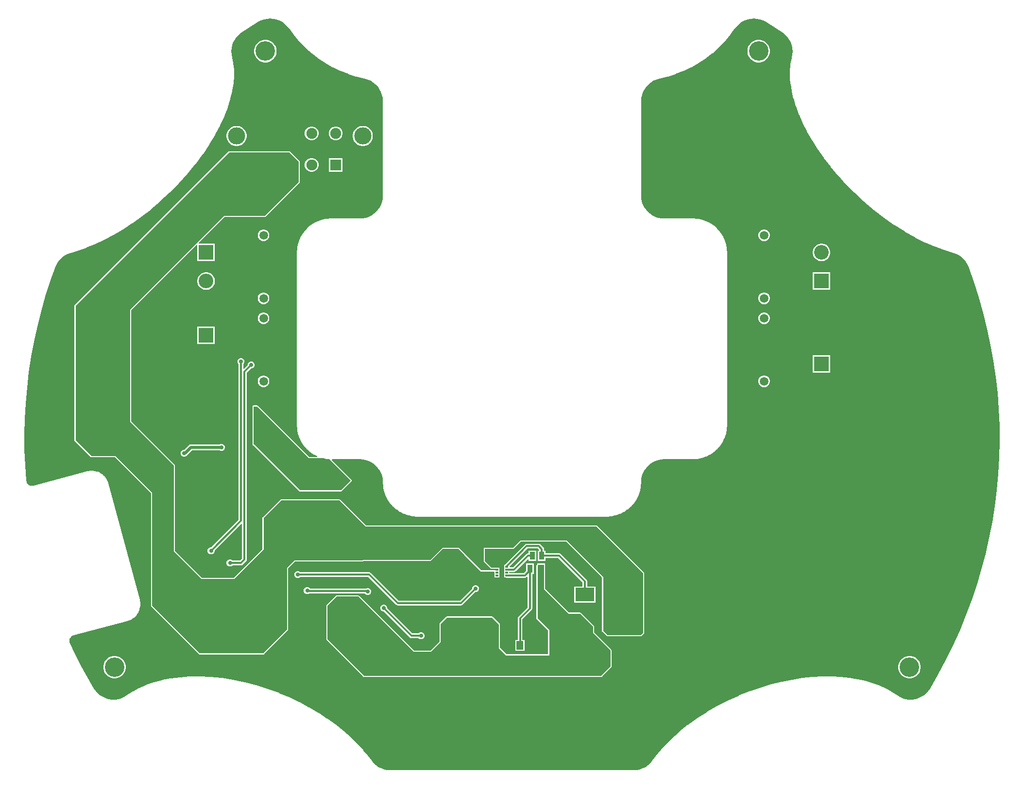
<source format=gbr>
%TF.GenerationSoftware,Altium Limited,Altium Designer,23.6.0 (18)*%
G04 Layer_Physical_Order=2*
G04 Layer_Color=16711680*
%FSLAX45Y45*%
%MOMM*%
%TF.SameCoordinates,CA757A27-890D-4031-9470-5F8B39CF6935*%
%TF.FilePolarity,Positive*%
%TF.FileFunction,Copper,L2,Bot,Signal*%
%TF.Part,Single*%
G01*
G75*
%TA.AperFunction,SMDPad,CuDef*%
%ADD23R,1.47000X0.97000*%
%TA.AperFunction,Conductor*%
%ADD32C,0.30000*%
%ADD34C,0.50000*%
%TA.AperFunction,ViaPad*%
%ADD35C,3.40000*%
%TA.AperFunction,ComponentPad*%
%ADD36C,1.50800*%
%ADD37C,2.55000*%
%ADD38R,2.55000X2.55000*%
%ADD39R,1.90000X1.90000*%
%ADD40C,1.90000*%
%ADD41C,3.00000*%
%TA.AperFunction,ViaPad*%
%ADD42C,1.27000*%
%ADD43C,0.70000*%
%TA.AperFunction,SMDPad,CuDef*%
%ADD44R,0.95000X1.35000*%
%ADD45R,0.95000X1.45000*%
%ADD46R,3.30000X2.40000*%
%ADD47R,1.35000X0.95000*%
%ADD48R,1.20651X1.50822*%
%ADD49R,2.50000X3.50000*%
%ADD50R,1.70620X1.20443*%
%ADD51R,0.47500X0.30000*%
G36*
X14351289Y14551535D02*
X14405208Y14540492D01*
X14457092Y14522133D01*
X14508600Y14495436D01*
X14653279Y14405247D01*
X14796065Y14312138D01*
X14842117Y14276598D01*
X14880734Y14237173D01*
X14913541Y14192799D01*
X14939909Y14144318D01*
X14959334Y14092664D01*
X14971445Y14038823D01*
X14976007Y13983827D01*
X14972935Y13928725D01*
X14961261Y13869344D01*
X14947894Y13811497D01*
X14947557Y13807991D01*
X14946555Y13804616D01*
X14936691Y13742526D01*
X14936584Y13738522D01*
X14935751Y13734604D01*
X14928398Y13641048D01*
X14928629Y13636665D01*
X14928091Y13632312D01*
X14928923Y13531493D01*
X14929491Y13527451D01*
X14929318Y13523372D01*
X14938954Y13415250D01*
X14939780Y13411549D01*
X14939905Y13407761D01*
X14958965Y13292410D01*
X14959987Y13289043D01*
X14960347Y13285538D01*
X14989420Y13163177D01*
X14990585Y13160117D01*
X14991130Y13156886D01*
X15030740Y13027879D01*
X15032011Y13025102D01*
X15032700Y13022125D01*
X15083281Y12886996D01*
X15084624Y12884474D01*
X15085423Y12881729D01*
X15147284Y12741163D01*
X15148679Y12738865D01*
X15149568Y12736327D01*
X15222864Y12591173D01*
X15224297Y12589073D01*
X15225255Y12586718D01*
X15309978Y12437968D01*
X15311436Y12436041D01*
X15312456Y12433849D01*
X15408400Y12282633D01*
X15409883Y12280858D01*
X15410953Y12278806D01*
X15517723Y12126365D01*
X15519231Y12124721D01*
X15520345Y12122792D01*
X15637346Y11970451D01*
X15638875Y11968923D01*
X15640036Y11967099D01*
X15766476Y11816233D01*
X15768034Y11814805D01*
X15769241Y11813071D01*
X15904153Y11665077D01*
X15905740Y11663737D01*
X15906998Y11662081D01*
X16049249Y11518330D01*
X16050969Y11516997D01*
X16052357Y11515323D01*
X16217479Y11362183D01*
X16219345Y11360860D01*
X16220883Y11359166D01*
X16391617Y11214577D01*
X16393556Y11213330D01*
X16395183Y11211695D01*
X16569572Y11077126D01*
X16571600Y11075948D01*
X16573331Y11074364D01*
X16749400Y10951050D01*
X16751534Y10949938D01*
X16753384Y10948398D01*
X16929201Y10837306D01*
X16931461Y10836262D01*
X16933450Y10834764D01*
X17107181Y10736581D01*
X17109592Y10735608D01*
X17111746Y10734153D01*
X17281715Y10649279D01*
X17284299Y10648388D01*
X17286642Y10646983D01*
X17451361Y10575545D01*
X17454112Y10574758D01*
X17456647Y10573428D01*
X17611287Y10516494D01*
X17614261Y10515823D01*
X17617039Y10514571D01*
X17766174Y10469642D01*
X17822266Y10450531D01*
X17870721Y10426262D01*
X17915440Y10395650D01*
X17955597Y10359259D01*
X17990451Y10317761D01*
X18019357Y10271923D01*
X18042860Y10220224D01*
X18136919Y9956043D01*
X18222922Y9686399D01*
X18299895Y9414046D01*
X18367758Y9139287D01*
X18426437Y8862412D01*
X18475864Y8583745D01*
X18515987Y8303574D01*
X18546754Y8022239D01*
X18568143Y7740016D01*
X18580118Y7457258D01*
X18582674Y7174242D01*
X18575806Y6891306D01*
X18559521Y6608752D01*
X18533838Y6326903D01*
X18498784Y6046064D01*
X18454398Y5766538D01*
X18400732Y5488655D01*
X18337840Y5212705D01*
X18265800Y4939011D01*
X18184685Y4667862D01*
X18094588Y4399567D01*
X17995602Y4134413D01*
X17887848Y3872712D01*
X17771442Y3614739D01*
X17646506Y3360783D01*
X17513188Y3111136D01*
X17372951Y2868343D01*
X17339957Y2821080D01*
X17302579Y2780748D01*
X17260008Y2745938D01*
X17213054Y2717313D01*
X17162614Y2695419D01*
X17109636Y2680669D01*
X17055136Y2673345D01*
X17000146Y2673586D01*
X16945712Y2681388D01*
X16892868Y2696601D01*
X16842619Y2718938D01*
X16791179Y2750920D01*
X16706497Y2806867D01*
X16702905Y2808615D01*
X16699690Y2810989D01*
X16606680Y2862397D01*
X16603140Y2863786D01*
X16599921Y2865808D01*
X16496683Y2913138D01*
X16493205Y2914210D01*
X16489993Y2915918D01*
X16377869Y2957870D01*
X16374506Y2958647D01*
X16371356Y2960057D01*
X16250420Y2996134D01*
X16247185Y2996652D01*
X16244116Y2997794D01*
X16114545Y3027488D01*
X16111449Y3027781D01*
X16108472Y3028685D01*
X15970561Y3051494D01*
X15967603Y3051591D01*
X15964726Y3052284D01*
X15818904Y3067731D01*
X15816081Y3067659D01*
X15813307Y3068166D01*
X15660130Y3075811D01*
X15657440Y3075592D01*
X15654761Y3075936D01*
X15494925Y3075393D01*
X15492355Y3075046D01*
X15489771Y3075244D01*
X15324100Y3066202D01*
X15321642Y3065741D01*
X15319144Y3065809D01*
X15148586Y3048039D01*
X15146231Y3047477D01*
X15143811Y3047426D01*
X14969421Y3020796D01*
X14967160Y3020140D01*
X14964810Y3019982D01*
X14787743Y2984464D01*
X14785564Y2983720D01*
X14783276Y2983462D01*
X14604755Y2939141D01*
X14602650Y2938314D01*
X14600414Y2937960D01*
X14421712Y2885031D01*
X14419672Y2884123D01*
X14417480Y2883676D01*
X14239899Y2822452D01*
X14237802Y2821406D01*
X14235532Y2820833D01*
X14041106Y2743586D01*
X14038956Y2742387D01*
X14036601Y2741669D01*
X13846906Y2655423D01*
X13844806Y2654114D01*
X13842477Y2653278D01*
X13659151Y2558882D01*
X13657095Y2557455D01*
X13654784Y2556495D01*
X13479333Y2454905D01*
X13477315Y2453351D01*
X13475014Y2452256D01*
X13308788Y2344508D01*
X13306801Y2342814D01*
X13304504Y2341572D01*
X13148659Y2228754D01*
X13146706Y2226906D01*
X13144409Y2225502D01*
X12999892Y2108719D01*
X12997971Y2106698D01*
X12995676Y2105115D01*
X12863217Y1985462D01*
X12861334Y1983251D01*
X12859041Y1981467D01*
X12739159Y1860004D01*
X12737342Y1857602D01*
X12735077Y1855614D01*
X12629842Y1735485D01*
X12628085Y1732853D01*
X12625842Y1730621D01*
X12532675Y1609820D01*
X12495048Y1564386D01*
X12455379Y1527881D01*
X12411147Y1497058D01*
X12363167Y1472481D01*
X12312307Y1454598D01*
X12259500Y1443735D01*
X12202302Y1439860D01*
X7965292D01*
X7908094Y1443735D01*
X7855286Y1454598D01*
X7804428Y1472481D01*
X7756445Y1497058D01*
X7712215Y1527881D01*
X7672545Y1564386D01*
X7635223Y1609453D01*
X7571041Y1694326D01*
X7569435Y1695954D01*
X7568217Y1697889D01*
X7497102Y1783608D01*
X7495253Y1785322D01*
X7493806Y1787387D01*
X7391434Y1898994D01*
X7389339Y1900750D01*
X7387651Y1902901D01*
X7274726Y2013415D01*
X7272629Y2014989D01*
X7270906Y2016965D01*
X7147765Y2125600D01*
X7145670Y2127009D01*
X7143918Y2128827D01*
X7011046Y2234770D01*
X7008954Y2236030D01*
X7007177Y2237705D01*
X6865205Y2340126D01*
X6863117Y2341251D01*
X6861316Y2342795D01*
X6711018Y2440877D01*
X6708929Y2441879D01*
X6707105Y2443305D01*
X6549388Y2536250D01*
X6547296Y2537138D01*
X6545444Y2538456D01*
X6381334Y2625510D01*
X6379234Y2626293D01*
X6377352Y2627511D01*
X6207976Y2707982D01*
X6205860Y2708666D01*
X6203944Y2709790D01*
X6030508Y2783060D01*
X6028254Y2783681D01*
X6026184Y2784770D01*
X5830269Y2857089D01*
X5827862Y2857634D01*
X5825625Y2858676D01*
X5628045Y2920870D01*
X5625592Y2921302D01*
X5623285Y2922241D01*
X5425802Y2973899D01*
X5423292Y2974214D01*
X5420904Y2975050D01*
X5225237Y3015929D01*
X5222657Y3016123D01*
X5220177Y3016852D01*
X5027953Y3046879D01*
X5025295Y3046943D01*
X5022707Y3047558D01*
X4835427Y3066823D01*
X4832677Y3066744D01*
X4829971Y3067235D01*
X4648983Y3075972D01*
X4646133Y3075736D01*
X4643294Y3076086D01*
X4469772Y3074666D01*
X4466811Y3074251D01*
X4463829Y3074442D01*
X4298750Y3063339D01*
X4295675Y3062722D01*
X4292539Y3062728D01*
X4136687Y3042503D01*
X4133494Y3041654D01*
X4130197Y3041445D01*
X3984162Y3012714D01*
X3980856Y3011600D01*
X3977397Y3011140D01*
X3841581Y2974552D01*
X3838170Y2973134D01*
X3834556Y2972382D01*
X3709193Y2928593D01*
X3705701Y2926832D01*
X3701945Y2925742D01*
X3587120Y2875384D01*
X3583609Y2873259D01*
X3579771Y2871799D01*
X3477125Y2816468D01*
X3473608Y2813929D01*
X3469701Y2812045D01*
X3376565Y2751013D01*
X3324974Y2718937D01*
X3274725Y2696601D01*
X3221880Y2681387D01*
X3167447Y2673586D01*
X3112459Y2673345D01*
X3057956Y2680669D01*
X3004982Y2695418D01*
X2954540Y2717313D01*
X2907585Y2745939D01*
X2865014Y2780748D01*
X2827638Y2821080D01*
X2794545Y2868486D01*
X2683531Y3059135D01*
X2576216Y3255103D01*
X2474090Y3453823D01*
X2379053Y3651353D01*
X2371306Y3673366D01*
X2368556Y3692262D01*
X2369495Y3711331D01*
X2374089Y3729859D01*
X2382167Y3747158D01*
X2393427Y3762580D01*
X2407442Y3775542D01*
X2423693Y3785561D01*
X2446172Y3793989D01*
X3382167Y4044788D01*
X3386754Y4046688D01*
X3391591Y4047816D01*
X3428284Y4061626D01*
X3437008Y4066289D01*
X3446019Y4070372D01*
X3479313Y4091076D01*
X3486957Y4097349D01*
X3494999Y4103112D01*
X3523614Y4129914D01*
X3529889Y4137559D01*
X3536651Y4144779D01*
X3559488Y4176648D01*
X3564151Y4185372D01*
X3569375Y4193772D01*
X3585556Y4229484D01*
X3588428Y4238951D01*
X3591912Y4248209D01*
X3600814Y4286391D01*
X3601783Y4296233D01*
X3603394Y4305992D01*
X3604678Y4345178D01*
X3603708Y4355021D01*
X3603384Y4364909D01*
X3596998Y4403592D01*
X3595556Y4408344D01*
X3594908Y4413267D01*
X3051388Y6441711D01*
X3049488Y6446298D01*
X3048360Y6451134D01*
X3034550Y6487828D01*
X3029887Y6496552D01*
X3025805Y6505561D01*
X3005102Y6538855D01*
X2998826Y6546502D01*
X2993064Y6554543D01*
X2966262Y6583159D01*
X2958617Y6589433D01*
X2951398Y6596194D01*
X2919530Y6619032D01*
X2910806Y6623694D01*
X2902404Y6628919D01*
X2866692Y6645100D01*
X2857225Y6647971D01*
X2847969Y6651455D01*
X2809787Y6660358D01*
X2799942Y6661328D01*
X2790184Y6662939D01*
X2750998Y6664221D01*
X2741155Y6663252D01*
X2731268Y6662928D01*
X2692585Y6656542D01*
X2687833Y6655100D01*
X2682910Y6654452D01*
X1746914Y6403653D01*
X1723234Y6399713D01*
X1704151Y6400264D01*
X1685530Y6404481D01*
X1668071Y6412206D01*
X1652426Y6423148D01*
X1639181Y6436900D01*
X1628833Y6452943D01*
X1621769Y6470680D01*
X1617496Y6493483D01*
X1598178Y6760050D01*
X1587212Y7031193D01*
X1584908Y7302543D01*
X1591269Y7573830D01*
X1606287Y7844765D01*
X1629946Y8115096D01*
X1662224Y8384530D01*
X1703086Y8652795D01*
X1752490Y8919614D01*
X1810389Y9184727D01*
X1876722Y9447858D01*
X1951420Y9708732D01*
X2034406Y9967084D01*
X2124720Y10220195D01*
X2148236Y10271922D01*
X2177143Y10317762D01*
X2211997Y10359259D01*
X2252153Y10395650D01*
X2296872Y10426262D01*
X2345327Y10450531D01*
X2401196Y10469566D01*
X2527436Y10506954D01*
X2529839Y10508023D01*
X2532413Y10508569D01*
X2663455Y10554897D01*
X2665758Y10556069D01*
X2668256Y10556733D01*
X2817588Y10618252D01*
X2819807Y10619527D01*
X2822243Y10620309D01*
X2976097Y10692973D01*
X2978141Y10694289D01*
X2980419Y10695142D01*
X3137672Y10778854D01*
X3139565Y10780206D01*
X3141703Y10781120D01*
X3301103Y10875595D01*
X3302862Y10876977D01*
X3304880Y10877948D01*
X3465074Y10982707D01*
X3466720Y10984122D01*
X3468632Y10985144D01*
X3628198Y11099519D01*
X3629744Y11100967D01*
X3631568Y11102043D01*
X3789047Y11225187D01*
X3790506Y11226673D01*
X3792254Y11227803D01*
X3946196Y11358703D01*
X3947656Y11360318D01*
X3949431Y11361577D01*
X4114609Y11514715D01*
X4116068Y11516475D01*
X4117871Y11517879D01*
X4275106Y11677415D01*
X4276495Y11679252D01*
X4278245Y11680748D01*
X4425910Y11844847D01*
X4427235Y11846775D01*
X4428941Y11848376D01*
X4565639Y12015152D01*
X4566905Y12017191D01*
X4568575Y12018912D01*
X4693170Y12186502D01*
X4694377Y12188668D01*
X4696015Y12190530D01*
X4807666Y12357140D01*
X4808813Y12359458D01*
X4810419Y12361485D01*
X4908571Y12525452D01*
X4909650Y12527945D01*
X4911222Y12530162D01*
X4995615Y12689995D01*
X4996614Y12692692D01*
X4998142Y12695129D01*
X5068780Y12849536D01*
X5069680Y12852464D01*
X5071148Y12855154D01*
X5128279Y13003069D01*
X5129052Y13006259D01*
X5130435Y13009238D01*
X5174506Y13149821D01*
X5175115Y13153307D01*
X5176376Y13156610D01*
X5207991Y13289262D01*
X5208384Y13293065D01*
X5209475Y13296729D01*
X5229348Y13421069D01*
X5229462Y13425208D01*
X5230315Y13429259D01*
X5239221Y13545108D01*
X5238978Y13549586D01*
X5239510Y13554041D01*
X5238231Y13661401D01*
X5237548Y13666148D01*
X5237664Y13670946D01*
X5227275Y13767912D01*
X5226059Y13772928D01*
X5225658Y13778075D01*
X5206510Y13868440D01*
X5194658Y13928725D01*
X5191587Y13983829D01*
X5196149Y14038823D01*
X5208260Y14092664D01*
X5227684Y14144318D01*
X5254053Y14192798D01*
X5286859Y14237173D01*
X5325476Y14276598D01*
X5371529Y14312138D01*
X5514315Y14405247D01*
X5658992Y14495435D01*
X5710501Y14522131D01*
X5762387Y14540492D01*
X5816303Y14551535D01*
X5871229Y14555051D01*
X5926116Y14550974D01*
X5979917Y14539381D01*
X6031613Y14520493D01*
X6080217Y14494667D01*
X6124801Y14462399D01*
X6164522Y14424300D01*
X6201876Y14376971D01*
X6283824Y14265544D01*
X6286281Y14262985D01*
X6288204Y14260005D01*
X6378859Y14153278D01*
X6381489Y14150896D01*
X6383616Y14148058D01*
X6481517Y14047935D01*
X6484307Y14045744D01*
X6486628Y14043062D01*
X6591295Y13950035D01*
X6594231Y13948045D01*
X6596735Y13945531D01*
X6707655Y13860056D01*
X6710724Y13858276D01*
X6713396Y13855943D01*
X6830025Y13778441D01*
X6833211Y13776878D01*
X6836039Y13774741D01*
X6957805Y13705588D01*
X6961091Y13704253D01*
X6964064Y13702316D01*
X7090370Y13641853D01*
X7093742Y13640753D01*
X7096843Y13639030D01*
X7227071Y13587553D01*
X7230512Y13586691D01*
X7233725Y13585188D01*
X7367235Y13542950D01*
X7370728Y13542331D01*
X7374039Y13541057D01*
X7508535Y13508659D01*
X7566186Y13492715D01*
X7616318Y13471118D01*
X7663031Y13442880D01*
X7705450Y13408533D01*
X7742784Y13368712D01*
X7774333Y13324168D01*
X7799506Y13275732D01*
X7817830Y13224316D01*
X7828964Y13170882D01*
X7832935Y13112968D01*
Y11469216D01*
X7829306Y11413843D01*
X7819126Y11362665D01*
X7802353Y11313253D01*
X7779273Y11266453D01*
X7750282Y11223064D01*
X7715878Y11183833D01*
X7676646Y11149428D01*
X7633257Y11120436D01*
X7586457Y11097358D01*
X7537047Y11080585D01*
X7485865Y11070404D01*
X7430494Y11066775D01*
X6933797D01*
X6930509Y11066342D01*
X6927200Y11066559D01*
X6861938Y11062282D01*
X6855453Y11060992D01*
X6848856Y11060560D01*
X6784710Y11047800D01*
X6778451Y11045675D01*
X6771967Y11044385D01*
X6710035Y11023362D01*
X6704107Y11020439D01*
X6697846Y11018314D01*
X6639188Y10989387D01*
X6633690Y10985714D01*
X6627760Y10982790D01*
X6573380Y10946454D01*
X6568409Y10942094D01*
X6562913Y10938422D01*
X6513741Y10895299D01*
X6509383Y10890329D01*
X6504412Y10885969D01*
X6461289Y10836796D01*
X6457616Y10831300D01*
X6453258Y10826330D01*
X6416921Y10771950D01*
X6413997Y10766020D01*
X6410324Y10760524D01*
X6381397Y10701865D01*
X6379272Y10695605D01*
X6376348Y10689676D01*
X6355325Y10627745D01*
X6354036Y10621261D01*
X6351910Y10615000D01*
X6339151Y10550852D01*
X6338719Y10544256D01*
X6337430Y10537774D01*
X6333151Y10472511D01*
X6333368Y10469202D01*
X6332935Y10465914D01*
Y7465913D01*
X6333368Y7462625D01*
X6333151Y7459315D01*
X6337430Y7394053D01*
X6338719Y7387571D01*
X6339151Y7380975D01*
X6351910Y7316828D01*
X6354035Y7310567D01*
X6355325Y7304083D01*
X6376348Y7242151D01*
X6379273Y7236221D01*
X6381397Y7229961D01*
X6410325Y7171303D01*
X6413997Y7165807D01*
X6416921Y7159877D01*
X6453258Y7105497D01*
X6457616Y7100527D01*
X6461289Y7095031D01*
X6504412Y7045858D01*
X6509382Y7041499D01*
X6513741Y7036528D01*
X6562913Y6993405D01*
X6568409Y6989733D01*
X6573380Y6985373D01*
X6627760Y6949037D01*
X6633690Y6946113D01*
X6639188Y6942440D01*
X6691807Y6916492D01*
X6688845Y6903792D01*
X6548947D01*
X5653219Y7799519D01*
X5646604Y7803940D01*
X5638800Y7805492D01*
X5580000D01*
X5572196Y7803940D01*
X5565581Y7799519D01*
X5561160Y7792904D01*
X5559608Y7785100D01*
Y7132701D01*
X5559608Y7132700D01*
X5561160Y7124896D01*
X5565581Y7118281D01*
X6373681Y6310181D01*
X6380296Y6305760D01*
X6388100Y6304208D01*
X7099300D01*
X7107104Y6305760D01*
X7113719Y6310181D01*
X7285169Y6481631D01*
X7289590Y6488246D01*
X7291142Y6496050D01*
X7289590Y6503854D01*
X7285169Y6510469D01*
X7285169Y6510470D01*
X6943287Y6852352D01*
X6948547Y6865052D01*
X7430494D01*
X7485865Y6861423D01*
X7537047Y6851242D01*
X7586458Y6834469D01*
X7633258Y6811390D01*
X7676644Y6782400D01*
X7715877Y6747995D01*
X7750282Y6708763D01*
X7779274Y6665373D01*
X7802352Y6618575D01*
X7819126Y6569162D01*
X7829306Y6517984D01*
X7833151Y6459317D01*
X7833151Y6459316D01*
X7837430Y6394053D01*
X7838719Y6387571D01*
X7839151Y6380975D01*
X7851910Y6316828D01*
X7854035Y6310567D01*
X7855325Y6304083D01*
X7876348Y6242151D01*
X7879273Y6236221D01*
X7881397Y6229961D01*
X7910325Y6171303D01*
X7913997Y6165807D01*
X7916921Y6159877D01*
X7953258Y6105497D01*
X7957617Y6100527D01*
X7961289Y6095031D01*
X8004412Y6045858D01*
X8009382Y6041499D01*
X8013741Y6036528D01*
X8062913Y5993405D01*
X8068411Y5989732D01*
X8073381Y5985373D01*
X8127761Y5949037D01*
X8133690Y5946114D01*
X8139187Y5942440D01*
X8197846Y5913514D01*
X8204105Y5911389D01*
X8210035Y5908465D01*
X8271967Y5887442D01*
X8278451Y5886152D01*
X8284710Y5884027D01*
X8348856Y5871267D01*
X8355453Y5870835D01*
X8361938Y5869545D01*
X8427200Y5865268D01*
X8430509Y5865485D01*
X8433797Y5865052D01*
X11733797D01*
X11737085Y5865485D01*
X11740394Y5865268D01*
X11805656Y5869545D01*
X11812141Y5870835D01*
X11818738Y5871267D01*
X11882884Y5884027D01*
X11889143Y5886152D01*
X11895627Y5887442D01*
X11957559Y5908465D01*
X11963489Y5911389D01*
X11969748Y5913514D01*
X12028406Y5942440D01*
X12033904Y5946114D01*
X12039833Y5949037D01*
X12094213Y5985373D01*
X12099184Y5989732D01*
X12104681Y5993405D01*
X12153853Y6036528D01*
X12158211Y6041498D01*
X12163182Y6045858D01*
X12206305Y6095031D01*
X12209977Y6100527D01*
X12214336Y6105497D01*
X12250672Y6159877D01*
X12253597Y6165807D01*
X12257269Y6171303D01*
X12286196Y6229961D01*
X12288321Y6236221D01*
X12291246Y6242151D01*
X12312269Y6304083D01*
X12313559Y6310567D01*
X12315684Y6316828D01*
X12328443Y6380975D01*
X12328875Y6387571D01*
X12330164Y6394053D01*
X12334443Y6459316D01*
X12334443Y6459317D01*
X12338288Y6517984D01*
X12348468Y6569162D01*
X12365241Y6618575D01*
X12388320Y6665373D01*
X12417311Y6708762D01*
X12451717Y6747995D01*
X12490948Y6782399D01*
X12534336Y6811390D01*
X12581136Y6834469D01*
X12630548Y6851242D01*
X12681726Y6861423D01*
X12737099Y6865052D01*
X13233797D01*
X13237085Y6865485D01*
X13240395Y6865268D01*
X13305656Y6869545D01*
X13312141Y6870835D01*
X13318738Y6871267D01*
X13382884Y6884027D01*
X13389143Y6886152D01*
X13395627Y6887442D01*
X13457559Y6908465D01*
X13463487Y6911388D01*
X13469748Y6913513D01*
X13528406Y6942440D01*
X13533904Y6946113D01*
X13539833Y6949037D01*
X13594214Y6985373D01*
X13599185Y6989733D01*
X13604681Y6993405D01*
X13653853Y7036528D01*
X13658211Y7041498D01*
X13663182Y7045858D01*
X13706305Y7095031D01*
X13709978Y7100527D01*
X13714336Y7105497D01*
X13750673Y7159877D01*
X13753596Y7165807D01*
X13757269Y7171303D01*
X13786195Y7229961D01*
X13788321Y7236221D01*
X13791246Y7242151D01*
X13812270Y7304083D01*
X13813559Y7310567D01*
X13815685Y7316828D01*
X13828442Y7380975D01*
X13828876Y7387571D01*
X13830164Y7394053D01*
X13834444Y7459316D01*
X13834225Y7462625D01*
X13834659Y7465913D01*
Y10465914D01*
X13834225Y10469202D01*
X13834444Y10472512D01*
X13830164Y10537774D01*
X13828876Y10544256D01*
X13828442Y10550852D01*
X13815685Y10615000D01*
X13813557Y10621261D01*
X13812270Y10627745D01*
X13791246Y10689676D01*
X13788322Y10695605D01*
X13786197Y10701865D01*
X13757269Y10760524D01*
X13753596Y10766020D01*
X13750673Y10771950D01*
X13714336Y10826330D01*
X13709978Y10831300D01*
X13706305Y10836796D01*
X13663182Y10885969D01*
X13658212Y10890328D01*
X13653853Y10895299D01*
X13604681Y10938422D01*
X13599185Y10942094D01*
X13594214Y10946454D01*
X13539833Y10982790D01*
X13533904Y10985714D01*
X13528406Y10989387D01*
X13469748Y11018313D01*
X13463487Y11020438D01*
X13457559Y11023362D01*
X13395627Y11044385D01*
X13389143Y11045675D01*
X13382884Y11047800D01*
X13318738Y11060560D01*
X13312141Y11060992D01*
X13305656Y11062282D01*
X13240395Y11066559D01*
X13237085Y11066342D01*
X13233797Y11066775D01*
X12737099D01*
X12681726Y11070404D01*
X12630548Y11080585D01*
X12581137Y11097358D01*
X12534336Y11120437D01*
X12490947Y11149428D01*
X12451716Y11183833D01*
X12417312Y11223063D01*
X12388321Y11266452D01*
X12365241Y11313253D01*
X12348468Y11362665D01*
X12338288Y11413843D01*
X12334659Y11469216D01*
Y13112968D01*
X12338630Y13170882D01*
X12349764Y13224316D01*
X12368088Y13275732D01*
X12393261Y13324168D01*
X12424809Y13368710D01*
X12462144Y13408533D01*
X12504563Y13442880D01*
X12551276Y13471118D01*
X12601408Y13492715D01*
X12659061Y13508661D01*
X12793555Y13541057D01*
X12796866Y13542331D01*
X12800359Y13542950D01*
X12933868Y13585188D01*
X12937082Y13586691D01*
X12940523Y13587553D01*
X13070750Y13639030D01*
X13073853Y13640753D01*
X13077225Y13641853D01*
X13203529Y13702316D01*
X13206502Y13704253D01*
X13209789Y13705588D01*
X13331554Y13774741D01*
X13334384Y13776880D01*
X13337569Y13778441D01*
X13454198Y13855943D01*
X13456870Y13858276D01*
X13459940Y13860056D01*
X13570859Y13945531D01*
X13573363Y13948045D01*
X13576299Y13950035D01*
X13680966Y14043062D01*
X13683287Y14045744D01*
X13686076Y14047935D01*
X13783977Y14148059D01*
X13786104Y14150897D01*
X13788734Y14153278D01*
X13879388Y14260005D01*
X13881313Y14262984D01*
X13883771Y14265544D01*
X13965717Y14376967D01*
X14003072Y14424300D01*
X14042792Y14462399D01*
X14087376Y14494667D01*
X14135982Y14520493D01*
X14187675Y14539381D01*
X14241478Y14550974D01*
X14296364Y14555051D01*
X14351289Y14551535D01*
D02*
G37*
G36*
X6540500Y6883400D02*
X6787864D01*
X6848856Y6871267D01*
X6855453Y6870835D01*
X6861938Y6869545D01*
X6899732Y6867068D01*
X6899732Y6867068D01*
X7270750Y6496050D01*
X7099300Y6324600D01*
X6388100D01*
X5580000Y7132700D01*
Y7785100D01*
X5638800D01*
X6540500Y6883400D01*
D02*
G37*
%LPC*%
G36*
X14401439Y14181531D02*
X14362949D01*
X14325197Y14174022D01*
X14289638Y14159293D01*
X14257632Y14137907D01*
X14230415Y14110690D01*
X14209032Y14078688D01*
X14194302Y14043127D01*
X14186794Y14005376D01*
Y13966885D01*
X14194302Y13929135D01*
X14209032Y13893575D01*
X14230415Y13861571D01*
X14257632Y13834354D01*
X14289638Y13812970D01*
X14325197Y13798241D01*
X14362949Y13790730D01*
X14401439D01*
X14439189Y13798241D01*
X14474750Y13812970D01*
X14506754Y13834354D01*
X14533971Y13861571D01*
X14555354Y13893575D01*
X14570084Y13929135D01*
X14577592Y13966885D01*
Y14005376D01*
X14570084Y14043127D01*
X14555354Y14078688D01*
X14533971Y14110690D01*
X14506754Y14137907D01*
X14474750Y14159293D01*
X14439189Y14174022D01*
X14401439Y14181531D01*
D02*
G37*
G36*
X5804646D02*
X5766155D01*
X5728405Y14174022D01*
X5692844Y14159293D01*
X5660841Y14137907D01*
X5633624Y14110690D01*
X5612239Y14078688D01*
X5597510Y14043127D01*
X5590001Y14005376D01*
Y13966885D01*
X5597510Y13929135D01*
X5612239Y13893575D01*
X5633624Y13861571D01*
X5660841Y13834354D01*
X5692844Y13812970D01*
X5728405Y13798241D01*
X5766155Y13790730D01*
X5804646D01*
X5842397Y13798241D01*
X5877957Y13812970D01*
X5909961Y13834354D01*
X5937178Y13861571D01*
X5958562Y13893575D01*
X5973291Y13929135D01*
X5980801Y13966885D01*
Y14005376D01*
X5973291Y14043127D01*
X5958562Y14078688D01*
X5937178Y14110690D01*
X5909961Y14137907D01*
X5877957Y14159293D01*
X5842397Y14174022D01*
X5804646Y14181531D01*
D02*
G37*
G36*
X7028049Y12671901D02*
X6996347D01*
X6965726Y12663696D01*
X6938271Y12647845D01*
X6915855Y12625429D01*
X6900004Y12597974D01*
X6891799Y12567352D01*
Y12535651D01*
X6900004Y12505029D01*
X6915855Y12477574D01*
X6938271Y12455158D01*
X6965726Y12439307D01*
X6996347Y12431102D01*
X7028049D01*
X7058671Y12439307D01*
X7086126Y12455158D01*
X7108542Y12477574D01*
X7124393Y12505029D01*
X7132598Y12535651D01*
Y12567352D01*
X7124393Y12597974D01*
X7108542Y12625429D01*
X7086126Y12647845D01*
X7058671Y12663696D01*
X7028049Y12671901D01*
D02*
G37*
G36*
X6608050D02*
X6576348D01*
X6545727Y12663696D01*
X6518272Y12647845D01*
X6495855Y12625429D01*
X6480005Y12597974D01*
X6471799Y12567352D01*
Y12535651D01*
X6480005Y12505029D01*
X6495855Y12477574D01*
X6518272Y12455158D01*
X6545727Y12439307D01*
X6576348Y12431102D01*
X6608050D01*
X6638672Y12439307D01*
X6666126Y12455158D01*
X6688543Y12477574D01*
X6704394Y12505029D01*
X6712599Y12535651D01*
Y12567352D01*
X6704394Y12597974D01*
X6688543Y12625429D01*
X6666126Y12647845D01*
X6638672Y12663696D01*
X6608050Y12671901D01*
D02*
G37*
G36*
X7499475Y12680902D02*
X7464925D01*
X7431038Y12674161D01*
X7399117Y12660939D01*
X7370389Y12641744D01*
X7345958Y12617313D01*
X7326763Y12588585D01*
X7313541Y12556664D01*
X7306800Y12522777D01*
Y12488227D01*
X7313541Y12454340D01*
X7326763Y12422419D01*
X7345958Y12393691D01*
X7370389Y12369260D01*
X7399117Y12350065D01*
X7431038Y12336843D01*
X7464925Y12330102D01*
X7499475D01*
X7533362Y12336843D01*
X7565283Y12350065D01*
X7594011Y12369260D01*
X7618442Y12393691D01*
X7637637Y12422419D01*
X7650859Y12454340D01*
X7657600Y12488227D01*
Y12522777D01*
X7650859Y12556664D01*
X7637637Y12588585D01*
X7618442Y12617313D01*
X7594011Y12641744D01*
X7565283Y12660939D01*
X7533362Y12674161D01*
X7499475Y12680902D01*
D02*
G37*
G36*
X5299475D02*
X5264924D01*
X5231037Y12674161D01*
X5199116Y12660939D01*
X5170388Y12641744D01*
X5145957Y12617313D01*
X5126762Y12588585D01*
X5113540Y12556664D01*
X5106799Y12522777D01*
Y12488227D01*
X5113540Y12454340D01*
X5126762Y12422419D01*
X5145957Y12393691D01*
X5170388Y12369260D01*
X5199116Y12350065D01*
X5231037Y12336843D01*
X5264924Y12330102D01*
X5299475D01*
X5333361Y12336843D01*
X5365282Y12350065D01*
X5394010Y12369260D01*
X5418441Y12393691D01*
X5437637Y12422419D01*
X5450859Y12454340D01*
X5457599Y12488227D01*
Y12522777D01*
X5450859Y12556664D01*
X5437637Y12588585D01*
X5418441Y12617313D01*
X5394010Y12641744D01*
X5365282Y12660939D01*
X5333361Y12674161D01*
X5299475Y12680902D01*
D02*
G37*
G36*
X7132598Y12121900D02*
X6891799D01*
Y11881100D01*
X7132598D01*
Y12121900D01*
D02*
G37*
G36*
X6608050D02*
X6576348D01*
X6545727Y12113695D01*
X6518272Y12097844D01*
X6495855Y12075427D01*
X6480005Y12047973D01*
X6471799Y12017351D01*
Y11985649D01*
X6480005Y11955027D01*
X6495855Y11927573D01*
X6518272Y11905156D01*
X6545727Y11889305D01*
X6576348Y11881100D01*
X6608050D01*
X6638672Y11889305D01*
X6666126Y11905156D01*
X6688543Y11927573D01*
X6704394Y11955027D01*
X6712599Y11985649D01*
Y12017351D01*
X6704394Y12047973D01*
X6688543Y12075427D01*
X6666126Y12097844D01*
X6638672Y12113695D01*
X6608050Y12121900D01*
D02*
G37*
G36*
X14491270Y10874301D02*
X14464729D01*
X14439093Y10867432D01*
X14416109Y10854161D01*
X14397340Y10835394D01*
X14384070Y10812409D01*
X14377200Y10786772D01*
Y10760231D01*
X14384070Y10734594D01*
X14397340Y10711609D01*
X14416109Y10692841D01*
X14439093Y10679571D01*
X14464729Y10672702D01*
X14491270D01*
X14516907Y10679571D01*
X14539893Y10692841D01*
X14558659Y10711609D01*
X14571930Y10734594D01*
X14578799Y10760231D01*
Y10786772D01*
X14571930Y10812409D01*
X14558659Y10835394D01*
X14539893Y10854161D01*
X14516907Y10867432D01*
X14491270Y10874301D01*
D02*
G37*
G36*
X5766370D02*
X5739830D01*
X5714193Y10867432D01*
X5691208Y10854161D01*
X5672440Y10835394D01*
X5659170Y10812409D01*
X5652300Y10786772D01*
Y10760231D01*
X5659170Y10734594D01*
X5672440Y10711609D01*
X5691208Y10692841D01*
X5714193Y10679571D01*
X5739830Y10672702D01*
X5766370D01*
X5792007Y10679571D01*
X5814992Y10692841D01*
X5833760Y10711609D01*
X5847030Y10734594D01*
X5853900Y10760231D01*
Y10786772D01*
X5847030Y10812409D01*
X5833760Y10835394D01*
X5814992Y10854161D01*
X5792007Y10867432D01*
X5766370Y10874301D01*
D02*
G37*
G36*
X15493057Y10626402D02*
X15462939D01*
X15433398Y10620526D01*
X15405573Y10609000D01*
X15380530Y10592267D01*
X15359233Y10570970D01*
X15342500Y10545927D01*
X15330974Y10518101D01*
X15325098Y10488561D01*
Y10458443D01*
X15330974Y10428903D01*
X15342500Y10401077D01*
X15359233Y10376034D01*
X15380530Y10354737D01*
X15405573Y10338004D01*
X15433398Y10326478D01*
X15462939Y10320602D01*
X15493057D01*
X15522597Y10326478D01*
X15550423Y10338004D01*
X15575465Y10354737D01*
X15596764Y10376034D01*
X15613496Y10401077D01*
X15625021Y10428903D01*
X15630898Y10458443D01*
Y10488561D01*
X15625021Y10518101D01*
X15613496Y10545927D01*
X15596764Y10570970D01*
X15575465Y10592267D01*
X15550423Y10609000D01*
X15522597Y10620526D01*
X15493057Y10626402D01*
D02*
G37*
G36*
X6202520Y12240392D02*
X5154042D01*
X5146239Y12238840D01*
X5139623Y12234419D01*
X2462081Y9556876D01*
X2457660Y9550260D01*
X2456108Y9542457D01*
Y7200901D01*
X2456108Y7200900D01*
X2457660Y7193096D01*
X2462081Y7186481D01*
X2741481Y6907081D01*
X2748096Y6902660D01*
X2755900Y6901108D01*
X3166553D01*
X3789608Y6278053D01*
Y4311811D01*
X3789608Y4311809D01*
X3791160Y4304006D01*
X3795581Y4297390D01*
X3795581Y4297389D01*
X3976634Y4116336D01*
X3976635Y4116335D01*
X3976636Y4116335D01*
X4059472Y4033498D01*
X4400346Y3692624D01*
X4400348Y3692623D01*
X4627390Y3465581D01*
X4634006Y3461160D01*
X4641810Y3459608D01*
X5747882D01*
X5747884Y3459608D01*
X5755687Y3461160D01*
X5762303Y3465581D01*
X5762303Y3465581D01*
X6173919Y3877197D01*
X6178339Y3883813D01*
X6179892Y3891616D01*
X6179892Y4957253D01*
X6301630Y5078991D01*
X8658149Y5089850D01*
X8662005Y5090636D01*
X8665859Y5091402D01*
X8665898Y5091429D01*
X8665945Y5091438D01*
X8669229Y5093654D01*
X8672474Y5095823D01*
X8877560Y5300908D01*
X9148253D01*
X9256580Y5192581D01*
X9256581Y5192580D01*
X9535981Y4913180D01*
X9542596Y4908760D01*
X9550400Y4907208D01*
X9766707Y4907208D01*
X9778450Y4894508D01*
Y4804899D01*
X9865950D01*
Y4854901D01*
Y4974899D01*
X9778450D01*
Y4973392D01*
X9723947D01*
X9608892Y5088447D01*
Y5300908D01*
X10096499D01*
X10096500Y5300908D01*
X10104304Y5302460D01*
X10110919Y5306881D01*
X10110920Y5306881D01*
X10231947Y5427908D01*
X11027853D01*
X11650908Y4804853D01*
Y3873501D01*
X11650908Y3873500D01*
X11652460Y3865696D01*
X11656881Y3859081D01*
X11656881Y3859080D01*
X11731663Y3784298D01*
X11738279Y3779878D01*
X11746083Y3778325D01*
X12333117Y3778325D01*
X12340921Y3779877D01*
X12347536Y3784298D01*
X12384219Y3820981D01*
X12388640Y3827596D01*
X12390192Y3835400D01*
Y4876799D01*
X12390192Y4876800D01*
X12388640Y4884604D01*
X12384219Y4891219D01*
X12384219Y4891220D01*
X12371519Y4903919D01*
X12371519Y4903920D01*
X11571419Y5704019D01*
X11564804Y5708440D01*
X11557000Y5709992D01*
X7539547D01*
X7088319Y6161219D01*
X7081704Y6165640D01*
X7073900Y6167192D01*
X6057900D01*
X6050096Y6165640D01*
X6043481Y6161219D01*
X6043480Y6161219D01*
X5738681Y5856419D01*
X5734260Y5849804D01*
X5732708Y5842000D01*
Y5293664D01*
X5234636Y4795592D01*
X4682047D01*
X4211392Y5266247D01*
Y6756399D01*
X4211392Y6756400D01*
X4209840Y6764204D01*
X4205419Y6770819D01*
X4205419Y6770820D01*
X3449392Y7526847D01*
Y9465753D01*
X4588469Y10604830D01*
X4600202Y10599970D01*
Y10320602D01*
X4906002D01*
Y10626402D01*
X4626634D01*
X4621774Y10638135D01*
X5075607Y11091968D01*
X5775858D01*
X5783662Y11093520D01*
X5790277Y11097940D01*
X5790278Y11097941D01*
X6379497Y11687159D01*
X6383917Y11693774D01*
X6385469Y11701578D01*
Y12057441D01*
X6385470Y12057442D01*
X6383917Y12065246D01*
X6379497Y12071861D01*
X6379496Y12071862D01*
X6216939Y12234419D01*
X6210323Y12238840D01*
X6202520Y12240392D01*
D02*
G37*
G36*
X15630898Y10126398D02*
X15325098D01*
Y9820598D01*
X15630898D01*
Y10126398D01*
D02*
G37*
G36*
X4768161D02*
X4738043D01*
X4708503Y10120522D01*
X4680677Y10108996D01*
X4655634Y10092263D01*
X4634337Y10070966D01*
X4617604Y10045923D01*
X4606078Y10018097D01*
X4600202Y9988557D01*
Y9958439D01*
X4606078Y9928899D01*
X4617604Y9901073D01*
X4634337Y9876030D01*
X4655634Y9854733D01*
X4680677Y9838000D01*
X4708503Y9826474D01*
X4738043Y9820598D01*
X4768161D01*
X4797701Y9826474D01*
X4825527Y9838000D01*
X4850570Y9854733D01*
X4871867Y9876030D01*
X4888600Y9901073D01*
X4900126Y9928899D01*
X4906002Y9958439D01*
Y9988557D01*
X4900126Y10018097D01*
X4888600Y10045923D01*
X4871867Y10070966D01*
X4850570Y10092263D01*
X4825527Y10108996D01*
X4797701Y10120522D01*
X4768161Y10126398D01*
D02*
G37*
G36*
X14491270Y9774298D02*
X14464729D01*
X14439093Y9767429D01*
X14416109Y9754159D01*
X14397340Y9735391D01*
X14384070Y9712406D01*
X14377200Y9686769D01*
Y9660228D01*
X14384070Y9634591D01*
X14397340Y9611606D01*
X14416109Y9592839D01*
X14439093Y9579568D01*
X14464729Y9572699D01*
X14491270D01*
X14516907Y9579568D01*
X14539893Y9592839D01*
X14558659Y9611606D01*
X14571930Y9634591D01*
X14578799Y9660228D01*
Y9686769D01*
X14571930Y9712406D01*
X14558659Y9735391D01*
X14539893Y9754159D01*
X14516907Y9767429D01*
X14491270Y9774298D01*
D02*
G37*
G36*
X5766370D02*
X5739830D01*
X5714193Y9767429D01*
X5691208Y9754159D01*
X5672440Y9735391D01*
X5659170Y9712406D01*
X5652300Y9686769D01*
Y9660228D01*
X5659170Y9634591D01*
X5672440Y9611606D01*
X5691208Y9592839D01*
X5714193Y9579568D01*
X5739830Y9572699D01*
X5766370D01*
X5792007Y9579568D01*
X5814992Y9592839D01*
X5833760Y9611606D01*
X5847030Y9634591D01*
X5853900Y9660228D01*
Y9686769D01*
X5847030Y9712406D01*
X5833760Y9735391D01*
X5814992Y9754159D01*
X5792007Y9767429D01*
X5766370Y9774298D01*
D02*
G37*
G36*
X14491270Y9426501D02*
X14464729D01*
X14439093Y9419632D01*
X14416109Y9406361D01*
X14397340Y9387594D01*
X14384070Y9364609D01*
X14377200Y9338972D01*
Y9312431D01*
X14384070Y9286794D01*
X14397340Y9263809D01*
X14416109Y9245041D01*
X14439093Y9231771D01*
X14464729Y9224902D01*
X14491270D01*
X14516907Y9231771D01*
X14539893Y9245041D01*
X14558659Y9263809D01*
X14571930Y9286794D01*
X14578799Y9312431D01*
Y9338972D01*
X14571930Y9364609D01*
X14558659Y9387594D01*
X14539893Y9406361D01*
X14516907Y9419632D01*
X14491270Y9426501D01*
D02*
G37*
G36*
X5766368Y9426498D02*
X5739827D01*
X5714191Y9419629D01*
X5691206Y9406358D01*
X5672438Y9387591D01*
X5659167Y9364606D01*
X5652298Y9338969D01*
Y9312428D01*
X5659167Y9286791D01*
X5672438Y9263806D01*
X5691206Y9245038D01*
X5714191Y9231768D01*
X5739827Y9224898D01*
X5766368D01*
X5792005Y9231768D01*
X5814990Y9245038D01*
X5833758Y9263806D01*
X5847028Y9286791D01*
X5853898Y9312428D01*
Y9338969D01*
X5847028Y9364606D01*
X5833758Y9387591D01*
X5814990Y9406358D01*
X5792005Y9419629D01*
X5766368Y9426498D01*
D02*
G37*
G36*
X4906000Y9178599D02*
X4600200D01*
Y8872799D01*
X4906000D01*
Y9178599D01*
D02*
G37*
G36*
X15630898Y8678598D02*
X15325098D01*
Y8372798D01*
X15630898D01*
Y8678598D01*
D02*
G37*
G36*
X5766368Y8326500D02*
X5739827D01*
X5714191Y8319631D01*
X5691206Y8306361D01*
X5672438Y8287593D01*
X5659167Y8264608D01*
X5652298Y8238971D01*
Y8212430D01*
X5659167Y8186793D01*
X5672438Y8163808D01*
X5691206Y8145041D01*
X5714191Y8131770D01*
X5739827Y8124901D01*
X5766368D01*
X5792005Y8131770D01*
X5814990Y8145041D01*
X5833758Y8163808D01*
X5847028Y8186793D01*
X5853898Y8212430D01*
Y8238971D01*
X5847028Y8264608D01*
X5833758Y8287593D01*
X5814990Y8306361D01*
X5792005Y8319631D01*
X5766368Y8326500D01*
D02*
G37*
G36*
X14491270Y8326498D02*
X14464729D01*
X14439093Y8319629D01*
X14416109Y8306359D01*
X14397340Y8287591D01*
X14384070Y8264606D01*
X14377200Y8238969D01*
Y8212428D01*
X14384070Y8186791D01*
X14397340Y8163806D01*
X14416109Y8145039D01*
X14439093Y8131768D01*
X14464729Y8124899D01*
X14491270D01*
X14516907Y8131768D01*
X14539893Y8145039D01*
X14558659Y8163806D01*
X14571930Y8186791D01*
X14578799Y8212428D01*
Y8238969D01*
X14571930Y8264606D01*
X14558659Y8287591D01*
X14539893Y8306359D01*
X14516907Y8319629D01*
X14491270Y8326498D01*
D02*
G37*
G36*
X5028514Y7134300D02*
X5004486D01*
X4982727Y7125287D01*
X4483100D01*
X4463435Y7121376D01*
X4446764Y7110236D01*
X4369227Y7032700D01*
X4356786D01*
X4334586Y7023505D01*
X4317595Y7006514D01*
X4308400Y6984314D01*
Y6960286D01*
X4317595Y6938086D01*
X4334586Y6921095D01*
X4356786Y6911900D01*
X4380814D01*
X4403014Y6921095D01*
X4420005Y6938086D01*
X4420037Y6938165D01*
X4504385Y7022513D01*
X4982727D01*
X5004486Y7013500D01*
X5028514D01*
X5050714Y7022695D01*
X5067705Y7039686D01*
X5076900Y7061886D01*
Y7085914D01*
X5067705Y7108114D01*
X5050714Y7125105D01*
X5028514Y7134300D01*
D02*
G37*
G36*
X5371414Y8632900D02*
X5347386D01*
X5325186Y8623705D01*
X5308195Y8606714D01*
X5299000Y8584514D01*
Y8560486D01*
X5308195Y8538286D01*
X5318209Y8528273D01*
Y5808262D01*
X4840847Y5330900D01*
X4826686D01*
X4804486Y5321705D01*
X4787495Y5304714D01*
X4778300Y5282514D01*
Y5258486D01*
X4787495Y5236286D01*
X4804486Y5219295D01*
X4826686Y5210100D01*
X4850714D01*
X4872914Y5219295D01*
X4889905Y5236286D01*
X4899100Y5258486D01*
Y5272647D01*
X5367075Y5740622D01*
X5378809Y5735762D01*
Y5132262D01*
X5342338Y5095791D01*
X5213127D01*
X5203114Y5105805D01*
X5180914Y5115000D01*
X5156886D01*
X5134686Y5105805D01*
X5117695Y5088814D01*
X5108500Y5066614D01*
Y5042586D01*
X5117695Y5020386D01*
X5134686Y5003395D01*
X5156886Y4994200D01*
X5180914D01*
X5203114Y5003395D01*
X5213127Y5013409D01*
X5359400D01*
X5375163Y5016544D01*
X5388527Y5025473D01*
X5449127Y5086073D01*
X5458056Y5099437D01*
X5461192Y5115200D01*
Y8372938D01*
X5537854Y8449600D01*
X5552014D01*
X5574214Y8458795D01*
X5591205Y8475786D01*
X5600400Y8497986D01*
Y8522014D01*
X5591205Y8544214D01*
X5574214Y8561205D01*
X5552014Y8570400D01*
X5527986D01*
X5505786Y8561205D01*
X5488795Y8544214D01*
X5479600Y8522014D01*
Y8507854D01*
X5412325Y8440578D01*
X5400591Y8445438D01*
Y8528273D01*
X5410605Y8538286D01*
X5419800Y8560486D01*
Y8584514D01*
X5410605Y8606714D01*
X5393614Y8623705D01*
X5371414Y8632900D01*
D02*
G37*
G36*
X6527114Y4632400D02*
X6503086D01*
X6480886Y4623205D01*
X6463895Y4606214D01*
X6454700Y4584014D01*
Y4559986D01*
X6463895Y4537786D01*
X6480886Y4520795D01*
X6503086Y4511600D01*
X6527114D01*
X6549314Y4520795D01*
X6552977Y4524459D01*
X7518623D01*
X7534986Y4508095D01*
X7557186Y4498900D01*
X7581214D01*
X7603414Y4508095D01*
X7620405Y4525086D01*
X7629600Y4547286D01*
Y4571314D01*
X7620405Y4593514D01*
X7603414Y4610505D01*
X7581214Y4619700D01*
X7557186D01*
X7534986Y4610505D01*
X7531323Y4606841D01*
X6565677D01*
X6549314Y4623205D01*
X6527114Y4632400D01*
D02*
G37*
G36*
X10550000Y5391191D02*
X10340000D01*
X10324237Y5388056D01*
X10310873Y5379127D01*
X9958969Y5027223D01*
X9957418Y5024901D01*
X9946050D01*
Y4904899D01*
Y4804899D01*
X9969463D01*
X9974036Y4801843D01*
X9989800Y4798707D01*
X10308698D01*
X10324461Y4801843D01*
X10337825Y4810772D01*
X10343874Y4816822D01*
X10355608Y4811962D01*
Y4279761D01*
X10194373Y4118527D01*
X10185444Y4105163D01*
X10182309Y4089400D01*
Y3714911D01*
X10139690D01*
Y3524089D01*
X10300340D01*
Y3714911D01*
X10264691D01*
Y4072338D01*
X10425926Y4233572D01*
X10434855Y4246936D01*
X10437991Y4262699D01*
Y4860500D01*
X10464299D01*
Y5045500D01*
X10329299D01*
Y4918753D01*
X10291636Y4881090D01*
X10033550D01*
Y4898707D01*
X10121499D01*
X10137262Y4901843D01*
X10150625Y4910772D01*
X10362408Y5122554D01*
X10374141Y5117694D01*
Y5094100D01*
X10509141D01*
Y5269100D01*
X10374141D01*
Y5222791D01*
X10363200D01*
X10347437Y5219656D01*
X10334073Y5210727D01*
X10104437Y4981090D01*
X10047304D01*
X10042043Y4993790D01*
X10357062Y5308809D01*
X10532938D01*
X10559947Y5281800D01*
X10559236Y5269100D01*
X10534140D01*
Y5094100D01*
X10669140D01*
Y5140409D01*
X10891338D01*
X11312609Y4719138D01*
Y4646300D01*
X11168800D01*
Y4366300D01*
X11538800D01*
Y4646300D01*
X11394991D01*
Y4736200D01*
X11391856Y4751963D01*
X11382927Y4765327D01*
X10937527Y5210727D01*
X10924163Y5219656D01*
X10908400Y5222791D01*
X10669140D01*
Y5269100D01*
X10642832D01*
Y5298359D01*
X10639696Y5314123D01*
X10630767Y5327486D01*
X10579127Y5379127D01*
X10565763Y5388056D01*
X10550000Y5391191D01*
D02*
G37*
G36*
X6362014Y4911800D02*
X6337986D01*
X6315786Y4902605D01*
X6298795Y4885614D01*
X6289600Y4863414D01*
Y4839386D01*
X6298795Y4817186D01*
X6315786Y4800195D01*
X6337986Y4791000D01*
X6362014D01*
X6384214Y4800195D01*
X6394227Y4810209D01*
X7577538D01*
X8060773Y4326973D01*
X8074137Y4318044D01*
X8089900Y4314909D01*
X9194800D01*
X9210563Y4318044D01*
X9223927Y4326973D01*
X9446654Y4549700D01*
X9460814D01*
X9483014Y4558895D01*
X9500005Y4575886D01*
X9509200Y4598086D01*
Y4622114D01*
X9500005Y4644314D01*
X9483014Y4661305D01*
X9460814Y4670500D01*
X9436786D01*
X9414586Y4661305D01*
X9397595Y4644314D01*
X9388400Y4622114D01*
Y4607954D01*
X9177738Y4397291D01*
X8106962D01*
X7623727Y4880527D01*
X7610363Y4889456D01*
X7594600Y4892591D01*
X6394227D01*
X6384214Y4902605D01*
X6362014Y4911800D01*
D02*
G37*
G36*
X7860614Y4327600D02*
X7836586D01*
X7814386Y4318405D01*
X7797395Y4301414D01*
X7788200Y4279214D01*
Y4255186D01*
X7797395Y4232986D01*
X7814386Y4215995D01*
X7836586Y4206800D01*
X7850747D01*
X8302073Y3755473D01*
X8315437Y3746544D01*
X8331200Y3743409D01*
X8452073D01*
X8462086Y3733395D01*
X8484286Y3724200D01*
X8508314D01*
X8530514Y3733395D01*
X8547505Y3750386D01*
X8556700Y3772586D01*
Y3796614D01*
X8547505Y3818814D01*
X8530514Y3835805D01*
X8508314Y3845000D01*
X8484286D01*
X8462086Y3835805D01*
X8452073Y3825791D01*
X8348262D01*
X7909000Y4265053D01*
Y4279214D01*
X7899805Y4301414D01*
X7882814Y4318405D01*
X7860614Y4327600D01*
D02*
G37*
G36*
X10659300Y5045500D02*
X10524300D01*
Y5033139D01*
X10515581Y5024419D01*
X10511160Y5017804D01*
X10509608Y5010000D01*
Y4090001D01*
X10509608Y4090000D01*
X10511160Y4082196D01*
X10515581Y4075581D01*
X10515581Y4075580D01*
X10711108Y3880053D01*
Y3462092D01*
X9990647D01*
X9875592Y3577147D01*
Y3983523D01*
X9875592Y3983524D01*
X9874040Y3991328D01*
X9869619Y3997944D01*
X9869619Y3997944D01*
X9751044Y4116519D01*
X9744428Y4120940D01*
X9736624Y4122492D01*
X8952031D01*
X8952030Y4122492D01*
X8944226Y4120940D01*
X8937611Y4116519D01*
X8937610Y4116519D01*
X8824781Y4003689D01*
X8820360Y3997074D01*
X8818808Y3989270D01*
Y3682393D01*
X8662007Y3525592D01*
X8377747D01*
X7418520Y4484818D01*
X7411904Y4489239D01*
X7404101Y4490791D01*
X7213601Y4490791D01*
X7213600Y4490792D01*
X7023100Y4490792D01*
X7015296Y4489240D01*
X7008680Y4484819D01*
X6854115Y4330253D01*
X6849694Y4323638D01*
X6848142Y4315834D01*
Y3724640D01*
X6848142Y3724639D01*
X6849694Y3716835D01*
X6854115Y3710219D01*
X6854115Y3710219D01*
X7492653Y3071681D01*
X7499269Y3067260D01*
X7507073Y3065708D01*
X11633199D01*
X11633200Y3065708D01*
X11641004Y3067260D01*
X11646663Y3071041D01*
X11657200D01*
Y3081261D01*
X11660319Y3084381D01*
X11660320Y3084381D01*
X11813479Y3237540D01*
X11817900Y3244156D01*
X11819452Y3251960D01*
Y3435274D01*
X11820392Y3440000D01*
Y3528899D01*
X11820392Y3528900D01*
X11818840Y3536704D01*
X11814419Y3543319D01*
X11814419Y3543320D01*
X11813480Y3544259D01*
X11813479Y3544259D01*
X11813479Y3544260D01*
X11513892Y3843847D01*
Y3946500D01*
X11512340Y3954304D01*
X11507919Y3960919D01*
X11284419Y4184419D01*
X11277804Y4188840D01*
X11270000Y4190392D01*
X11078447Y4190392D01*
X10660392Y4608447D01*
Y5020000D01*
X10659300Y5025490D01*
Y5045500D01*
D02*
G37*
G36*
X17031245Y3434399D02*
X16992754D01*
X16955003Y3426890D01*
X16919443Y3412160D01*
X16887439Y3390776D01*
X16860223Y3363559D01*
X16838838Y3331555D01*
X16824109Y3295995D01*
X16816600Y3258244D01*
Y3219754D01*
X16824109Y3182003D01*
X16838838Y3146442D01*
X16860223Y3114439D01*
X16887439Y3087222D01*
X16919443Y3065838D01*
X16955003Y3051108D01*
X16992754Y3043599D01*
X17031245D01*
X17068996Y3051108D01*
X17104556Y3065838D01*
X17136560Y3087222D01*
X17163776Y3114439D01*
X17185161Y3146442D01*
X17199890Y3182003D01*
X17207399Y3219754D01*
Y3258244D01*
X17199890Y3295995D01*
X17185161Y3331555D01*
X17163776Y3363559D01*
X17136560Y3390776D01*
X17104556Y3412160D01*
X17068996Y3426890D01*
X17031245Y3434399D01*
D02*
G37*
G36*
X3174839D02*
X3136348D01*
X3098597Y3426890D01*
X3063037Y3412160D01*
X3031033Y3390776D01*
X3003816Y3363559D01*
X2982432Y3331555D01*
X2967703Y3295995D01*
X2960193Y3258244D01*
Y3219754D01*
X2967703Y3182003D01*
X2982432Y3146442D01*
X3003816Y3114439D01*
X3031033Y3087222D01*
X3063037Y3065838D01*
X3098597Y3051108D01*
X3136348Y3043599D01*
X3174839D01*
X3212589Y3051108D01*
X3248150Y3065838D01*
X3280153Y3087222D01*
X3307370Y3114439D01*
X3328755Y3146442D01*
X3343484Y3182003D01*
X3350993Y3219754D01*
Y3258244D01*
X3343484Y3295995D01*
X3328755Y3331555D01*
X3307370Y3363559D01*
X3280153Y3390776D01*
X3248150Y3412160D01*
X3212589Y3426890D01*
X3174839Y3434399D01*
D02*
G37*
%LPD*%
G36*
X6365077Y12057442D02*
Y11701578D01*
X5775858Y11112360D01*
X5067160D01*
X3429000Y9474200D01*
Y7518400D01*
X4191000Y6756400D01*
Y5257800D01*
X4673600Y4775200D01*
X5243083D01*
X5753100Y5285217D01*
Y5842000D01*
X6057900Y6146800D01*
X7073900D01*
X7531100Y5689600D01*
X11557000D01*
X12357100Y4889500D01*
X12369800Y4876800D01*
Y3835400D01*
X12333117Y3798717D01*
X11746083Y3798717D01*
X11671300Y3873500D01*
Y4813300D01*
X11036300Y5448300D01*
X10223500D01*
X10096500Y5321300D01*
X9588500D01*
Y5080000D01*
X9715500Y4953000D01*
X9842500D01*
Y4927600D01*
X9550400Y4927600D01*
X9271000Y5207000D01*
X9156700Y5321300D01*
X8869113D01*
X8658055Y5110242D01*
X6293144Y5099344D01*
X6159500Y4965700D01*
X6159500Y3891616D01*
X5747884Y3480000D01*
X4641810D01*
X4414766Y3707044D01*
X4414766Y3707043D01*
X4139275Y3982534D01*
X3991055Y4130755D01*
D01*
X3810000Y4311809D01*
Y6286500D01*
X3175000Y6921500D01*
X2755900D01*
X2476500Y7200900D01*
Y9542457D01*
X5154042Y12220000D01*
X6202520D01*
X6365077Y12057442D01*
D02*
G37*
G36*
X10640000Y4600000D02*
X11070000Y4170000D01*
X11270000Y4170000D01*
X11493500Y3946500D01*
Y3835400D01*
X11800000Y3528900D01*
Y3440000D01*
X11799060D01*
Y3251960D01*
X11633200Y3086100D01*
X7507073D01*
X6868534Y3724639D01*
Y4315834D01*
X7023100Y4470400D01*
X7213600Y4470400D01*
X7213600Y4470399D01*
X7404101Y4470399D01*
X8369300Y3505200D01*
X8670454D01*
X8839200Y3673946D01*
Y3989270D01*
X8952030Y4102100D01*
X9736624D01*
X9855200Y3983524D01*
Y3568700D01*
X9982200Y3441700D01*
X10731500D01*
Y3888500D01*
X10530000Y4090000D01*
Y5010000D01*
X10540000Y5020000D01*
X10640000D01*
Y4600000D01*
D02*
G37*
D23*
X11341100Y2971537D02*
D03*
Y3137541D02*
D03*
D32*
X5359400Y5791200D02*
Y8572500D01*
X4838700Y5270500D02*
X5359400Y5791200D01*
X5420000Y5115200D02*
Y8390000D01*
X5540000Y8510000D01*
X5359400Y5054600D02*
X5420000Y5115200D01*
X11353800Y4506300D02*
Y4736200D01*
X10908400Y5181600D02*
X11353800Y4736200D01*
X10601640Y5181600D02*
X10908400D01*
X9988096Y4998096D02*
X10340000Y5350000D01*
X10550000D01*
X10601640Y5298359D01*
Y5181600D02*
Y5298359D01*
X9989800Y4939899D02*
X10121499D01*
X8331200Y3784600D02*
X8496300D01*
X7848600Y4267200D02*
X8331200Y3784600D01*
X7594600Y4851400D02*
X8089900Y4356100D01*
X9194800D02*
X9448800Y4610100D01*
X8089900Y4356100D02*
X9194800D01*
X10308698Y4839899D02*
X10396799Y4928000D01*
X9989800Y4839899D02*
X10308698D01*
X10396799Y4928000D02*
Y4953000D01*
X10121499Y4939899D02*
X10363200Y5181600D01*
X10441641D01*
X10396799Y4262699D02*
Y4928000D01*
X9080500Y5395590D02*
X9094709Y5409799D01*
X9989100Y3238500D02*
X11087100D01*
X9265200Y3962400D02*
X9989100Y3238500D01*
X7264400Y3937000D02*
X7708900Y3492500D01*
X8795300D02*
X9265200Y3962400D01*
X5168900Y5054600D02*
X5359400D01*
X6521450Y4565650D02*
X7562850D01*
X6515100Y4572000D02*
X6521450Y4565650D01*
X6350000Y4851400D02*
X7594600D01*
X7562850Y4565650D02*
X7569200Y4559300D01*
X10441641Y5181600D02*
Y5201600D01*
X10220015Y3619500D02*
X10223500Y3622985D01*
Y4089400D01*
X10396799Y4262699D01*
D34*
X4368800Y6972300D02*
X4381500D01*
X4483100Y7073900D01*
X5016500D01*
D35*
X17012000Y3238999D02*
D03*
X5785401Y13986131D02*
D03*
X3155593Y3238999D02*
D03*
X14382193Y13986131D02*
D03*
D36*
X5753098Y9325698D02*
D03*
Y8225701D02*
D03*
X5753100Y10773501D02*
D03*
Y9673499D02*
D03*
X14478000Y8225699D02*
D03*
Y9325701D02*
D03*
Y10773501D02*
D03*
Y9673499D02*
D03*
D37*
X4753100Y8525700D02*
D03*
X4753102Y9973498D02*
D03*
X15477998Y9025702D02*
D03*
Y10473502D02*
D03*
D38*
X4753100Y9025699D02*
D03*
X4753102Y10473502D02*
D03*
X15477998Y8525698D02*
D03*
Y9973498D02*
D03*
D39*
X7012198Y12001500D02*
D03*
D40*
X6592199D02*
D03*
X6172200D02*
D03*
X5752201D02*
D03*
X7012198Y12551501D02*
D03*
X6592199D02*
D03*
X6172200D02*
D03*
X5752201D02*
D03*
D41*
X7482200Y12505502D02*
D03*
X5282199D02*
D03*
D42*
X18000002Y10000000D02*
D03*
Y9000000D02*
D03*
X18250002Y8500000D02*
D03*
X18000002Y8000000D02*
D03*
X18250002Y7500000D02*
D03*
X18000002Y7000000D02*
D03*
X18250002Y6500000D02*
D03*
X18000002Y6000000D02*
D03*
X18250002Y5500000D02*
D03*
X18000002Y5000000D02*
D03*
X17500002Y10000000D02*
D03*
X17750002Y9500000D02*
D03*
X17500002Y9000000D02*
D03*
X17750002Y8500000D02*
D03*
X17500002Y8000000D02*
D03*
X17750002Y7500000D02*
D03*
X17500002Y7000000D02*
D03*
X17750002Y6500000D02*
D03*
X17250002Y10500000D02*
D03*
X17000002Y10000000D02*
D03*
X17250002Y9500000D02*
D03*
X17000002Y9000000D02*
D03*
Y8000000D02*
D03*
X17250002Y6500000D02*
D03*
X17000002Y6000000D02*
D03*
X17250002Y3500000D02*
D03*
X16500002Y11000000D02*
D03*
Y7000000D02*
D03*
X16750002Y6500000D02*
D03*
X16500002Y6000000D02*
D03*
X16750002Y3500000D02*
D03*
X16500002Y3000000D02*
D03*
X16000002Y9000000D02*
D03*
Y6000000D02*
D03*
X16250002Y3500000D02*
D03*
X15500000Y12000000D02*
D03*
X15750002Y6500000D02*
D03*
X15500000Y6000000D02*
D03*
X15750002Y5500000D02*
D03*
X15500000Y5000000D02*
D03*
X15750002Y3500000D02*
D03*
X15000000Y12000000D02*
D03*
X15250000Y6500000D02*
D03*
Y5500000D02*
D03*
X15000000Y4000000D02*
D03*
X14750000Y13500000D02*
D03*
X14500000Y13000000D02*
D03*
X14750000Y12500000D02*
D03*
X14500000Y12000000D02*
D03*
X14750000Y11500000D02*
D03*
X14500000Y11000000D02*
D03*
X14750000Y10500000D02*
D03*
X14500000Y10000000D02*
D03*
Y9000000D02*
D03*
Y8000000D02*
D03*
Y4000000D02*
D03*
Y3000000D02*
D03*
X14000000Y14000000D02*
D03*
X14250000Y13500000D02*
D03*
X14000000Y13000000D02*
D03*
X14250000Y12500000D02*
D03*
X14000000Y12000000D02*
D03*
X14250000Y11500000D02*
D03*
X14000000Y11000000D02*
D03*
X14250000Y10500000D02*
D03*
X14000000Y10000000D02*
D03*
X14250000Y9500000D02*
D03*
X14000000Y9000000D02*
D03*
X14250000Y8500000D02*
D03*
X14000000Y8000000D02*
D03*
X14250000Y7500000D02*
D03*
X14000000Y7000000D02*
D03*
Y5000000D02*
D03*
X13750000Y13500000D02*
D03*
X13500000Y13000000D02*
D03*
X13750000Y12500000D02*
D03*
X13500000Y12000000D02*
D03*
X13750000Y11500000D02*
D03*
X13500000Y5000000D02*
D03*
X13750000Y3500000D02*
D03*
X13250000Y13500000D02*
D03*
X13000000Y13000000D02*
D03*
X13250000Y12500000D02*
D03*
X13000000Y12000000D02*
D03*
X13250000Y11500000D02*
D03*
Y5500000D02*
D03*
Y3500000D02*
D03*
Y2500000D02*
D03*
X12500000Y13000000D02*
D03*
X12750000Y12500000D02*
D03*
X12500000Y12000000D02*
D03*
X12750000Y11500000D02*
D03*
Y6500000D02*
D03*
X12500000Y5000000D02*
D03*
X12750000Y3500000D02*
D03*
Y2500000D02*
D03*
X12500000Y2000000D02*
D03*
X12250000Y3500000D02*
D03*
X12000000Y3000000D02*
D03*
Y2000000D02*
D03*
X11500000D02*
D03*
X11000000D02*
D03*
X10500000D02*
D03*
X10000000D02*
D03*
X9750000Y4500000D02*
D03*
X9500000Y2000000D02*
D03*
X9000000Y5000000D02*
D03*
Y2000000D02*
D03*
X8500000D02*
D03*
X8250000Y4500000D02*
D03*
X8000000Y2000000D02*
D03*
X7750000Y11500000D02*
D03*
Y6500000D02*
D03*
X7500000Y5000000D02*
D03*
Y2000000D02*
D03*
X7250000Y13500000D02*
D03*
Y11500000D02*
D03*
Y2500000D02*
D03*
X6750000Y13500000D02*
D03*
X6500000Y13000000D02*
D03*
X6750000Y11500000D02*
D03*
X6500000Y11000000D02*
D03*
X6750000Y2500000D02*
D03*
X6250000Y13500000D02*
D03*
X6000000Y13000000D02*
D03*
Y8000000D02*
D03*
X5500000Y14000000D02*
D03*
X5750000Y13500000D02*
D03*
X5500000Y13000000D02*
D03*
Y11000000D02*
D03*
X5750000Y10500000D02*
D03*
Y9500000D02*
D03*
X5500000Y9000000D02*
D03*
X5750000Y8500000D02*
D03*
X5250000D02*
D03*
X5000000Y5000000D02*
D03*
X4750000Y7500000D02*
D03*
Y6500000D02*
D03*
Y5500000D02*
D03*
X4250000Y11500000D02*
D03*
Y3500000D02*
D03*
X3750000Y7500000D02*
D03*
X3500000Y4000000D02*
D03*
X3750000Y3500000D02*
D03*
X3500000Y3000000D02*
D03*
X3250000Y3500000D02*
D03*
X3000000Y3000000D02*
D03*
X2750000Y10500000D02*
D03*
X2500000Y7000000D02*
D03*
X2750000Y3500000D02*
D03*
X2250000Y9500000D02*
D03*
X2000000Y9000000D02*
D03*
X2250000Y8500000D02*
D03*
Y7500000D02*
D03*
D43*
X5359400Y8572500D02*
D03*
X5540000Y8510000D02*
D03*
X5670000Y7630175D02*
D03*
Y7500000D02*
D03*
Y7369825D02*
D03*
Y7250000D02*
D03*
X2500000Y9709825D02*
D03*
Y9970175D02*
D03*
Y9840000D02*
D03*
X2640000Y9859825D02*
D03*
Y10120175D02*
D03*
Y9990000D02*
D03*
X2785850Y9960325D02*
D03*
Y10220675D02*
D03*
Y10090500D02*
D03*
X6807200Y6451600D02*
D03*
Y6616700D02*
D03*
Y6781800D02*
D03*
X11785600Y4097020D02*
D03*
X11938000D02*
D03*
X12077700D02*
D03*
X12230100D02*
D03*
X11785600Y3937000D02*
D03*
X11938000D02*
D03*
X12077700D02*
D03*
X12230100D02*
D03*
X11785600Y4417060D02*
D03*
X11938000D02*
D03*
X12077700D02*
D03*
X12230100D02*
D03*
X11785600Y4257040D02*
D03*
X11938000D02*
D03*
X12077700D02*
D03*
X12230100D02*
D03*
Y4577080D02*
D03*
X12077700D02*
D03*
X11938000D02*
D03*
X11785600D02*
D03*
X12230100Y4737100D02*
D03*
X12077700D02*
D03*
X11938000D02*
D03*
X11785600D02*
D03*
X4838700Y5270500D02*
D03*
X7124700Y4051300D02*
D03*
Y4208780D02*
D03*
Y4368800D02*
D03*
X8496300Y3784600D02*
D03*
X9265200Y3962400D02*
D03*
X9448800Y4610100D02*
D03*
X4368800Y6972300D02*
D03*
X5016500Y7073900D02*
D03*
X5168900Y5054600D02*
D03*
X6515100Y4572000D02*
D03*
X6350000Y4851400D02*
D03*
X7569200Y4559300D02*
D03*
X7848600Y4267200D02*
D03*
D44*
X10601640Y5181600D02*
D03*
X10441641D02*
D03*
D45*
X10396799Y4953000D02*
D03*
X10591800D02*
D03*
D46*
X11353800Y4506300D02*
D03*
Y3596300D02*
D03*
D47*
X11087101Y2980700D02*
D03*
Y3140700D02*
D03*
X11569700Y2978542D02*
D03*
Y3138541D02*
D03*
D48*
X10220015Y3619500D02*
D03*
X10430185D02*
D03*
D49*
X8140700Y5417698D02*
D03*
Y4767702D02*
D03*
D50*
X9080500Y5145410D02*
D03*
Y5395590D02*
D03*
D51*
X9989800Y4839899D02*
D03*
Y4889901D02*
D03*
Y4939899D02*
D03*
Y4989901D02*
D03*
X9822200D02*
D03*
Y4939899D02*
D03*
Y4889901D02*
D03*
Y4839899D02*
D03*
%TF.MD5,0127872ff6b8cb2477c32a1846b8f504*%
M02*

</source>
